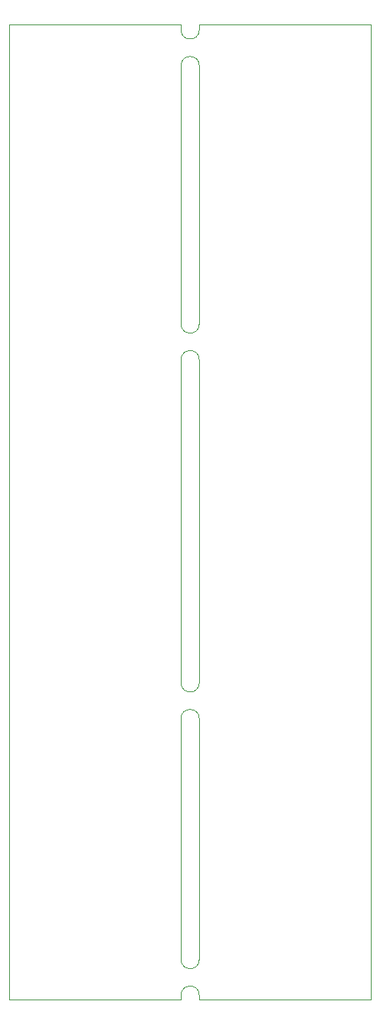
<source format=gbr>
%TF.GenerationSoftware,KiCad,Pcbnew,8.0.2*%
%TF.CreationDate,2025-05-20T09:10:07-07:00*%
%TF.ProjectId,ResEQ_Mini,52657345-515f-44d6-996e-692e6b696361,rev?*%
%TF.SameCoordinates,Original*%
%TF.FileFunction,Profile,NP*%
%FSLAX46Y46*%
G04 Gerber Fmt 4.6, Leading zero omitted, Abs format (unit mm)*
G04 Created by KiCad (PCBNEW 8.0.2) date 2025-05-20 09:10:07*
%MOMM*%
%LPD*%
G01*
G04 APERTURE LIST*
%TA.AperFunction,Profile*%
%ADD10C,0.050000*%
%TD*%
G04 APERTURE END LIST*
D10*
X146050000Y-38709600D02*
X146050000Y-38100000D01*
X167132000Y-38100000D02*
X167132000Y-146050000D01*
X146050000Y-145592800D02*
G75*
G02*
X148082000Y-145592800I1016000J0D01*
G01*
X127000000Y-146050000D02*
X146050000Y-146050000D01*
X146050000Y-42672000D02*
G75*
G02*
X148082000Y-42672000I1016000J0D01*
G01*
X146050000Y-110998000D02*
X146050000Y-75234800D01*
X148082000Y-146050000D02*
X148082000Y-145592800D01*
X148082000Y-71272400D02*
G75*
G02*
X146050000Y-71272400I-1016000J0D01*
G01*
X148082000Y-110998000D02*
X148082000Y-75234800D01*
X146050000Y-141630400D02*
X146050000Y-114960400D01*
X148082000Y-38100000D02*
X167132000Y-38100000D01*
X148082000Y-110998000D02*
G75*
G02*
X146050000Y-110998000I-1016000J0D01*
G01*
X146050000Y-146050000D02*
X146050000Y-145592800D01*
X167132000Y-146050000D02*
X148082000Y-146050000D01*
X148082000Y-38709600D02*
G75*
G02*
X146050000Y-38709600I-1016000J0D01*
G01*
X148082000Y-141630400D02*
G75*
G02*
X146050000Y-141630400I-1016000J0D01*
G01*
X148082000Y-38709600D02*
X148082000Y-38100000D01*
X146050000Y-38100000D02*
X127000000Y-38100000D01*
X146050000Y-114960400D02*
G75*
G02*
X148082000Y-114960400I1016000J0D01*
G01*
X127000000Y-38100000D02*
X127000000Y-146050000D01*
X148082000Y-141630400D02*
X148082000Y-114960400D01*
X146050000Y-75234800D02*
G75*
G02*
X148082000Y-75234800I1016000J0D01*
G01*
X148082000Y-71272400D02*
X148082000Y-42672000D01*
X146050000Y-71272400D02*
X146050000Y-42672000D01*
M02*

</source>
